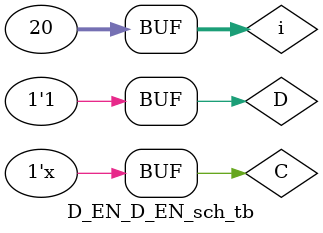
<source format=v>

`timescale 1ns / 1ps

module D_EN_D_EN_sch_tb();

// Inputs
   reg C;
   reg D;

// Output
   wire Qn;
   wire Q;

// Bidirs

// Instantiate the UUT
   D_EN UUT (
		.C(C), 
		.D(D), 
		.Qn(Qn), 
		.Q(Q)
   );
// Initialize Inputs
//   `ifdef auto_init
		integer i = 0;
       initial begin
		C = 0;
		D = 0;
		#40;
		D = 1;
		#100;
		D = 0;
		#100;
		D = 1;
		#100;
		D = 0;
		#100;
		D = 1;
		end
		always @*
		for(i=0;i<20;i=i+1)begin
		#50;
		C<=~C;
	end
//   `endif
endmodule

</source>
